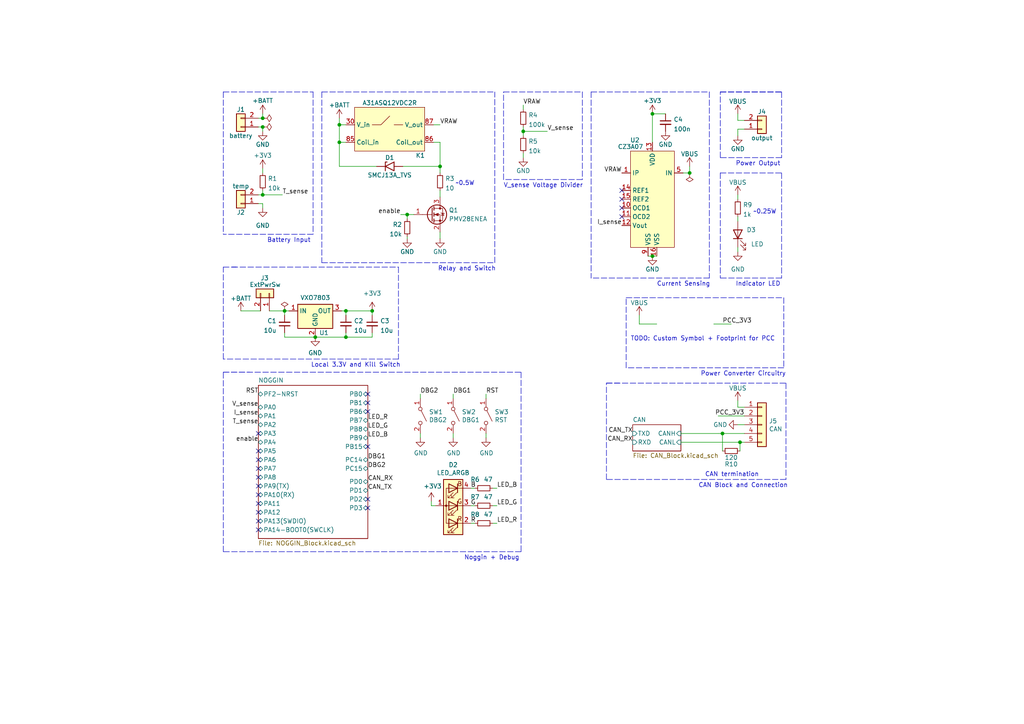
<source format=kicad_sch>
(kicad_sch (version 20211123) (generator eeschema)
  (paper "A4")
  (lib_symbols
    (symbol "BMS_Library:A3_Relay"
      (property "Reference" "K" (at 6.35 -10.16 0))
      (property "Value" "A3_Relay" (at 0 5.08 0))
      (symbol "A3_Relay_0_1"
        (rectangle (start -10.16 3.81) (end 10.16 -8.89) (fill (type background)))
        (polyline (pts (xy 1.27 -1.27) (xy 3.81 -1.27)))
        (polyline (pts (xy -5.08 -1.27) (xy -2.54 -1.27) (xy 0 1.27)))
      )
      (symbol "A3_Relay_1_1"
        (pin power_in line (at -12.7 -1.27 0) (length 2.54) (name "V_in") (number "30"))
        (pin power_in line (at -12.7 -6.35 0) (length 2.54) (name "Coil_in") (number "85"))
        (pin power_out line (at 12.7 -6.35 180) (length 2.54) (name "Coil_out") (number "86"))
        (pin power_out line (at 12.7 -1.27 180) (length 2.54) (name "V_out") (number "87"))
      )
    )
    (symbol "BMS_Library:CZ3AG7_HalEfSens"
      (property "Reference" "U" (at 0 20.32 0))
      (property "Value" "CZ3AG7_HalEfSens" (at 0 17.78 0))
      (symbol "CZ3AG7_HalEfSens_0_1"
        (rectangle (start -6.35 13.97) (end 6.35 -13.97) (stroke (width 0.1524)) (fill (type background)))
      )
      (symbol "CZ3AG7_HalEfSens_1_1"
        (pin input line (at -8.89 7.62 0) (length 2.54) (name "IP") (number "1"))
        (pin output line (at -8.89 -2.54 0) (length 2.54) (name "OCD1") (number "10"))
        (pin output line (at -8.89 -5.08 0) (length 2.54) (name "OCD2") (number "11"))
        (pin output line (at -8.89 -7.62 0) (length 2.54) (name "Vout") (number "12"))
        (pin power_in line (at 0 16.51 270) (length 2.54) (name "VDD") (number "13"))
        (pin input line (at -8.89 2.54 0) (length 2.54) (name "REF1") (number "14"))
        (pin input line (at -8.89 0 0) (length 2.54) (name "REF2") (number "15"))
        (pin power_in line (at 1.27 -16.51 90) (length 2.54) (name "VSS") (number "16"))
        (pin input line (at 8.89 7.62 180) (length 2.54) (name "IN") (number "5"))
        (pin power_in line (at -1.27 -16.51 90) (length 2.54) (name "VSS") (number "9"))
      )
    )
    (symbol "Connector_Generic:Conn_01x02" (pin_names (offset 1.016) hide)
      (property "Reference" "J" (at 0 2.54 0))
      (property "Value" "Conn_01x02" (at 0 -5.08 0))
      (symbol "Conn_01x02_1_1"
        (rectangle (start -1.27 -2.413) (end 0 -2.667) (stroke (width 0.1524)))
        (rectangle (start -1.27 0.127) (end 0 -0.127) (stroke (width 0.1524)))
        (rectangle (start -1.27 1.27) (end 1.27 -3.81) (stroke (width 0.254)) (fill (type background)))
        (pin passive line (at -5.08 0 0) (length 3.81) (name "Pin_1") (number "1"))
        (pin passive line (at -5.08 -2.54 0) (length 3.81) (name "Pin_2") (number "2"))
      )
    )
    (symbol "Connector_Generic:Conn_01x05" (pin_names (offset 1.016) hide)
      (property "Reference" "J" (at 0 7.62 0))
      (property "Value" "Conn_01x05" (at 0 -7.62 0))
      (symbol "Conn_01x05_1_1"
        (rectangle (start -1.27 -4.953) (end 0 -5.207) (stroke (width 0.1524)))
        (rectangle (start -1.27 -2.413) (end 0 -2.667) (stroke (width 0.1524)))
        (rectangle (start -1.27 0.127) (end 0 -0.127) (stroke (width 0.1524)))
        (rectangle (start -1.27 2.667) (end 0 2.413) (stroke (width 0.1524)))
        (rectangle (start -1.27 5.207) (end 0 4.953) (stroke (width 0.1524)))
        (rectangle (start -1.27 6.35) (end 1.27 -6.35) (stroke (width 0.254)) (fill (type background)))
        (pin passive line (at -5.08 5.08 0) (length 3.81) (name "Pin_1") (number "1"))
        (pin passive line (at -5.08 2.54 0) (length 3.81) (name "Pin_2") (number "2"))
        (pin passive line (at -5.08 0 0) (length 3.81) (name "Pin_3") (number "3"))
        (pin passive line (at -5.08 -2.54 0) (length 3.81) (name "Pin_4") (number "4"))
        (pin passive line (at -5.08 -5.08 0) (length 3.81) (name "Pin_5") (number "5"))
      )
    )
    (symbol "Converter_DCDC:OKI-78SR-5_1.5-W36-C"
      (property "Reference" "U1" (at 2.54 -6.35 0))
      (property "Value" "VXO7803" (at 0 3.81 0))
      (symbol "OKI-78SR-5_1.5-W36-C_0_1"
        (rectangle (start -5.08 1.905) (end 5.08 -5.08) (stroke (width 0.254)) (fill (type background)))
      )
      (symbol "OKI-78SR-5_1.5-W36-C_1_1"
        (pin power_in line (at -7.62 0 0) (length 2.54) (name "IN") (number "1"))
        (pin power_in line (at 0 -7.62 90) (length 2.54) (name "GND") (number "2"))
        (pin power_out line (at 7.62 0 180) (length 2.54) (name "OUT") (number "3"))
      )
    )
    (symbol "Device:C_Small" (pin_numbers hide) (pin_names (offset 0.254) hide)
      (property "Reference" "C" (at 0.254 1.778 0))
      (property "Value" "C_Small" (at 0.254 -2.032 0))
      (symbol "C_Small_0_1"
        (polyline (pts (xy -1.524 -0.508) (xy 1.524 -0.508)) (stroke (width 0.3302)))
        (polyline (pts (xy -1.524 0.508) (xy 1.524 0.508)) (stroke (width 0.3048)))
      )
      (symbol "C_Small_1_1"
        (pin passive line (at 0 2.54 270) (length 2.032) (name "~") (number "1"))
        (pin passive line (at 0 -2.54 90) (length 2.032) (name "~") (number "2"))
      )
    )
    (symbol "Device:LED" (pin_numbers hide) (pin_names (offset 1.016) hide)
      (property "Reference" "D" (at 0 2.54 0))
      (property "Value" "LED" (at 0 -2.54 0))
      (symbol "LED_0_1"
        (polyline (pts (xy -1.27 -1.27) (xy -1.27 1.27)) (stroke (width 0.254)))
        (polyline (pts (xy -1.27 0) (xy 1.27 0)))
        (polyline (pts (xy 1.27 -1.27) (xy 1.27 1.27) (xy -1.27 0) (xy 1.27 -1.27)) (stroke (width 0.254)))
        (polyline (pts (xy -3.048 -0.762) (xy -4.572 -2.286) (xy -3.81 -2.286) (xy -4.572 -2.286) (xy -4.572 -1.524)))
        (polyline (pts (xy -1.778 -0.762) (xy -3.302 -2.286) (xy -2.54 -2.286) (xy -3.302 -2.286) (xy -3.302 -1.524)))
      )
      (symbol "LED_1_1"
        (pin passive line (at -3.81 0 0) (length 2.54) (name "K") (number "1"))
        (pin passive line (at 3.81 0 180) (length 2.54) (name "A") (number "2"))
      )
    )
    (symbol "Device:LED_ARGB" (pin_names (offset 0) hide)
      (property "Reference" "D" (at 0 9.398 0))
      (property "Value" "LED_ARGB" (at 0 -8.89 0))
      (symbol "LED_ARGB_0_0"
        (text "B" (at -1.905 -6.35 0) (effects (font (size 1.27 1.27))))
        (text "G" (at -1.905 -1.27 0) (effects (font (size 1.27 1.27))))
        (text "R" (at -1.905 3.81 0) (effects (font (size 1.27 1.27))))
      )
      (symbol "LED_ARGB_0_1"
        (polyline (pts (xy -1.27 -5.08) (xy -2.54 -5.08)))
        (polyline (pts (xy -1.27 -5.08) (xy 1.27 -5.08)))
        (polyline (pts (xy -1.27 -3.81) (xy -1.27 -6.35)) (stroke (width 0.254)))
        (polyline (pts (xy -1.27 0) (xy -2.54 0)))
        (polyline (pts (xy -1.27 1.27) (xy -1.27 -1.27)) (stroke (width 0.254)))
        (polyline (pts (xy -1.27 5.08) (xy -2.54 5.08)))
        (polyline (pts (xy -1.27 5.08) (xy 1.27 5.08)))
        (polyline (pts (xy -1.27 6.35) (xy -1.27 3.81)) (stroke (width 0.254)))
        (polyline (pts (xy 1.27 0) (xy -1.27 0)))
        (polyline (pts (xy 1.27 0) (xy 2.54 0)))
        (polyline (pts (xy -1.27 1.27) (xy -1.27 -1.27) (xy -1.27 -1.27)))
        (polyline (pts (xy -1.27 6.35) (xy -1.27 3.81) (xy -1.27 3.81)))
        (polyline (pts (xy 1.27 -5.08) (xy 2.032 -5.08) (xy 2.032 5.08) (xy 1.27 5.08)))
        (polyline (pts (xy 1.27 -3.81) (xy 1.27 -6.35) (xy -1.27 -5.08) (xy 1.27 -3.81)) (stroke (width 0.254)))
        (polyline (pts (xy 1.27 1.27) (xy 1.27 -1.27) (xy -1.27 0) (xy 1.27 1.27)) (stroke (width 0.254)))
        (polyline (pts (xy 1.27 6.35) (xy 1.27 3.81) (xy -1.27 5.08) (xy 1.27 6.35)) (stroke (width 0.254)))
        (polyline (pts (xy -1.016 -3.81) (xy 0.508 -2.286) (xy -0.254 -2.286) (xy 0.508 -2.286) (xy 0.508 -3.048)))
        (polyline (pts (xy -1.016 1.27) (xy 0.508 2.794) (xy -0.254 2.794) (xy 0.508 2.794) (xy 0.508 2.032)))
        (polyline (pts (xy -1.016 6.35) (xy 0.508 7.874) (xy -0.254 7.874) (xy 0.508 7.874) (xy 0.508 7.112)))
        (polyline (pts (xy 0 -3.81) (xy 1.524 -2.286) (xy 0.762 -2.286) (xy 1.524 -2.286) (xy 1.524 -3.048)))
        (polyline (pts (xy 0 1.27) (xy 1.524 2.794) (xy 0.762 2.794) (xy 1.524 2.794) (xy 1.524 2.032)))
        (polyline (pts (xy 0 6.35) (xy 1.524 7.874) (xy 0.762 7.874) (xy 1.524 7.874) (xy 1.524 7.112)))
        (rectangle (start 1.27 -1.27) (end 1.27 1.27))
        (rectangle (start 1.27 1.27) (end 1.27 1.27))
        (rectangle (start 1.27 3.81) (end 1.27 6.35))
        (rectangle (start 1.27 6.35) (end 1.27 6.35))
        (circle (center 2.032 0) (radius 0.254) (fill (type outline)))
        (rectangle (start 2.794 8.382) (end -2.794 -7.62) (stroke (width 0.254)) (fill (type background)))
      )
      (symbol "LED_ARGB_1_1"
        (pin passive line (at 5.08 0 180) (length 2.54) (name "A") (number "1"))
        (pin passive line (at -5.08 5.08 0) (length 2.54) (name "RK") (number "2"))
        (pin passive line (at -5.08 0 0) (length 2.54) (name "GK") (number "3"))
        (pin passive line (at -5.08 -5.08 0) (length 2.54) (name "BK") (number "4"))
      )
    )
    (symbol "Device:Q_NMOS_GSD" (pin_names (offset 0) hide)
      (property "Reference" "Q" (at 5.08 1.27 0))
      (property "Value" "Q_NMOS_GSD" (at 5.08 -1.27 0))
      (symbol "Q_NMOS_GSD_0_1"
        (polyline (pts (xy 0.254 0) (xy -2.54 0)))
        (polyline (pts (xy 0.254 1.905) (xy 0.254 -1.905)) (stroke (width 0.254)))
        (polyline (pts (xy 0.762 -1.27) (xy 0.762 -2.286)) (stroke (width 0.254)))
        (polyline (pts (xy 0.762 0.508) (xy 0.762 -0.508)) (stroke (width 0.254)))
        (polyline (pts (xy 0.762 2.286) (xy 0.762 1.27)) (stroke (width 0.254)))
        (polyline (pts (xy 2.54 2.54) (xy 2.54 1.778)))
        (polyline (pts (xy 2.54 -2.54) (xy 2.54 0) (xy 0.762 0)))
        (polyline (pts (xy 0.762 -1.778) (xy 3.302 -1.778) (xy 3.302 1.778) (xy 0.762 1.778)))
        (polyline (pts (xy 1.016 0) (xy 2.032 0.381) (xy 2.032 -0.381) (xy 1.016 0)) (fill (type outline)))
        (polyline (pts (xy 2.794 0.508) (xy 2.921 0.381) (xy 3.683 0.381) (xy 3.81 0.254)))
        (polyline (pts (xy 3.302 0.381) (xy 2.921 -0.254) (xy 3.683 -0.254) (xy 3.302 0.381)))
        (circle (center 1.651 0) (radius 2.794) (stroke (width 0.254)))
        (circle (center 2.54 -1.778) (radius 0.254) (fill (type outline)))
        (circle (center 2.54 1.778) (radius 0.254) (fill (type outline)))
      )
      (symbol "Q_NMOS_GSD_1_1"
        (pin input line (at -5.08 0 0) (length 2.54) (name "G") (number "1"))
        (pin passive line (at 2.54 -5.08 90) (length 2.54) (name "S") (number "2"))
        (pin passive line (at 2.54 5.08 270) (length 2.54) (name "D") (number "3"))
      )
    )
    (symbol "Device:R_Small" (pin_numbers hide) (pin_names (offset 0.254) hide)
      (property "Reference" "R" (at 0.762 0.508 0))
      (property "Value" "R_Small" (at 0.762 -1.016 0))
      (symbol "R_Small_0_1"
        (rectangle (start -0.762 1.778) (end 0.762 -1.778) (stroke (width 0.2032)))
      )
      (symbol "R_Small_1_1"
        (pin passive line (at 0 2.54 270) (length 0.762) (name "~") (number "1"))
        (pin passive line (at 0 -2.54 90) (length 0.762) (name "~") (number "2"))
      )
    )
    (symbol "Diode:1.5KExxA" (pin_numbers hide) (pin_names (offset 1.016) hide)
      (property "Reference" "D" (at 0 2.54 0))
      (property "Value" "1.5KExxA" (at 0 -2.54 0))
      (symbol "1.5KExxA_0_1"
        (polyline (pts (xy -0.762 1.27) (xy -1.27 1.27) (xy -1.27 -1.27)) (stroke (width 0.254)))
        (polyline (pts (xy 1.27 1.27) (xy 1.27 -1.27) (xy -1.27 0) (xy 1.27 1.27)) (stroke (width 0.254)))
      )
      (symbol "1.5KExxA_1_1"
        (pin passive line (at -3.81 0 0) (length 2.54) (name "A1") (number "1"))
        (pin passive line (at 3.81 0 180) (length 2.54) (name "A2") (number "2"))
      )
    )
    (symbol "Switch:SW_SPST" (pin_names (offset 0) hide)
      (property "Reference" "SW" (at 0 3.175 0))
      (property "Value" "SW_SPST" (at 0 -2.54 0))
      (symbol "SW_SPST_0_0"
        (circle (center -2.032 0) (radius 0.508))
        (polyline (pts (xy -1.524 0.254) (xy 1.524 1.778)))
        (circle (center 2.032 0) (radius 0.508))
      )
      (symbol "SW_SPST_1_1"
        (pin passive line (at -5.08 0 0) (length 2.54) (name "A") (number "1"))
        (pin passive line (at 5.08 0 180) (length 2.54) (name "B") (number "2"))
      )
    )
    (symbol "power:+3.3V" (power) (pin_names (offset 0))
      (property "Value" "+3.3V" (at 0 3.556 0))
      (symbol "+3.3V_0_1"
        (polyline (pts (xy -0.762 1.27) (xy 0 2.54)))
        (polyline (pts (xy 0 0) (xy 0 2.54)))
        (polyline (pts (xy 0 2.54) (xy 0.762 1.27)))
      )
      (symbol "+3.3V_1_1"
        (pin power_in line (at 0 0 90) (length 0) hide (name "+3V3") (number "1"))
      )
    )
    (symbol "power:+3V3" (power) (pin_names (offset 0))
      (property "Value" "+3V3" (at 0 3.556 0))
      (symbol "+3V3_0_1"
        (polyline (pts (xy -0.762 1.27) (xy 0 2.54)))
        (polyline (pts (xy 0 0) (xy 0 2.54)))
        (polyline (pts (xy 0 2.54) (xy 0.762 1.27)))
      )
      (symbol "+3V3_1_1"
        (pin power_in line (at 0 0 90) (length 0) hide (name "+3V3") (number "1"))
      )
    )
    (symbol "power:+BATT" (power) (pin_names (offset 0))
      (property "Value" "+BATT" (at 0 3.556 0))
      (symbol "+BATT_0_1"
        (polyline (pts (xy -0.762 1.27) (xy 0 2.54)))
        (polyline (pts (xy 0 0) (xy 0 2.54)))
        (polyline (pts (xy 0 2.54) (xy 0.762 1.27)))
      )
      (symbol "+BATT_1_1"
        (pin power_in line (at 0 0 90) (length 0) hide (name "+BATT") (number "1"))
      )
    )
    (symbol "power:GND" (power) (pin_names (offset 0))
      (property "Value" "GND" (at 0 -3.81 0))
      (symbol "GND_0_1"
        (polyline (pts (xy 0 0) (xy 0 -1.27) (xy 1.27 -1.27) (xy 0 -2.54) (xy -1.27 -1.27) (xy 0 -1.27)))
      )
      (symbol "GND_1_1"
        (pin power_in line (at 0 0 270) (length 0) hide (name "GND") (number "1"))
      )
    )
    (symbol "power:PWR_FLAG" (power) (pin_numbers hide) (pin_names (offset 0) hide)
      (property "Value" "PWR_FLAG" (at 0 3.81 0))
      (symbol "PWR_FLAG_0_0"
        (pin power_out line (at 0 0 90) (length 0) (name "pwr") (number "1"))
      )
      (symbol "PWR_FLAG_0_1"
        (polyline (pts (xy 0 0) (xy 0 1.27) (xy -1.016 1.905) (xy 0 2.54) (xy 1.016 1.905) (xy 0 1.27)))
      )
    )
    (symbol "power:VBUS" (power) (pin_names (offset 0))
      (property "Value" "VBUS" (at 0 3.81 0))
      (symbol "VBUS_0_1"
        (polyline (pts (xy -0.762 1.27) (xy 0 2.54)))
        (polyline (pts (xy 0 0) (xy 0 2.54)))
        (polyline (pts (xy 0 2.54) (xy 0.762 1.27)))
      )
      (symbol "VBUS_1_1"
        (pin power_in line (at 0 0 90) (length 0) hide (name "VBUS") (number "1"))
      )
    )
  )
  (junction (at 214.63 128.27))
  (junction (at 189.23 33.02))
  (junction (at 76.2 56.515))
  (junction (at 118.11 62.23))
  (junction (at 91.44 97.79))
  (junction (at 107.95 90.17))
  (junction (at 127.635 48.26))
  (junction (at 151.765 38.1))
  (junction (at 100.33 97.79))
  (junction (at 76.2 34.29))
  (junction (at 100.33 90.17))
  (junction (at 209.55 125.73))
  (junction (at 98.425 36.195))
  (junction (at 189.23 74.295))
  (junction (at 76.2 36.83))
  (junction (at 82.55 90.17))
  (junction (at 200.025 50.165))
  (junction (at 98.425 41.275))
  (no_connect (at 106.68 116.84))
  (no_connect (at 106.68 119.38))
  (no_connect (at 74.93 138.43))
  (no_connect (at 74.93 140.97))
  (no_connect (at 106.68 144.78))
  (no_connect (at 106.68 147.32))
  (no_connect (at 106.68 129.54))
  (no_connect (at 74.93 125.73))
  (no_connect (at 74.93 130.81))
  (no_connect (at 74.93 133.35))
  (no_connect (at 74.93 135.89))
  (no_connect (at 106.68 114.3))
  (no_connect (at 74.93 143.51))
  (no_connect (at 74.93 146.05))
  (no_connect (at 74.93 148.59))
  (no_connect (at 74.93 151.13))
  (no_connect (at 74.93 153.67))
  (no_connect (at 180.34 60.325))
  (no_connect (at 180.34 62.865))
  (no_connect (at 180.34 57.785))
  (no_connect (at 180.34 55.245))
  (wire (pts (xy 76.2 56.515) (xy 76.2 55.245)))
  (wire (pts (xy 151.765 44.45) (xy 151.765 45.72)))
  (wire (pts (xy 82.55 96.52) (xy 82.55 97.79)))
  (wire (pts (xy 109.22 48.26) (xy 98.425 48.26)))
  (wire (pts (xy 200.025 50.165) (xy 200.025 48.26)))
  (wire (pts (xy 125.095 145.415) (xy 125.095 146.685)))
  (wire (pts (xy 76.2 56.515) (xy 81.915 56.515)))
  (polyline (pts (xy 93.345 26.67) (xy 143.51 26.67)))
  (wire (pts (xy 127.635 55.245) (xy 127.635 57.15)))
  (wire (pts (xy 127.635 48.26) (xy 127.635 50.165)))
  (wire (pts (xy 98.425 41.275) (xy 100.33 41.275)))
  (polyline (pts (xy 64.77 160.02) (xy 64.77 107.95)))
  (wire (pts (xy 98.425 36.195) (xy 100.33 36.195)))
  (wire (pts (xy 198.12 50.165) (xy 200.025 50.165)))
  (polyline (pts (xy 226.695 26.67) (xy 226.695 45.72)))
  (wire (pts (xy 74.93 34.29) (xy 76.2 34.29)))
  (wire (pts (xy 98.425 34.29) (xy 98.425 36.195)))
  (polyline (pts (xy 175.895 111.125) (xy 227.965 111.125)))
  (wire (pts (xy 127.635 41.275) (xy 127.635 48.26)))
  (polyline (pts (xy 90.805 26.67) (xy 90.805 67.945)))
  (polyline (pts (xy 181.61 106.68) (xy 181.61 86.36)))
  (wire (pts (xy 127.635 67.31) (xy 127.635 69.215)))
  (wire (pts (xy 121.92 114.3) (xy 121.92 115.57)))
  (polyline (pts (xy 115.57 77.47) (xy 115.57 104.14)))
  (polyline (pts (xy 171.45 26.67) (xy 171.45 80.645)))
  (wire (pts (xy 209.55 125.73) (xy 197.485 125.73)))
  (polyline (pts (xy 151.13 107.95) (xy 151.13 160.02)))
  (wire (pts (xy 118.11 62.23) (xy 118.11 63.5)))
  (polyline (pts (xy 64.77 107.95) (xy 72.39 107.95)))
  (wire (pts (xy 189.23 74.295) (xy 190.5 74.295)))
  (wire (pts (xy 82.55 90.17) (xy 82.55 91.44)))
  (wire (pts (xy 215.9 128.27) (xy 214.63 128.27)))
  (polyline (pts (xy 208.915 26.67) (xy 226.695 26.67)))
  (wire (pts (xy 136.525 151.765) (xy 137.795 151.765)))
  (polyline (pts (xy 64.77 77.47) (xy 68.58 77.47)))
  (polyline (pts (xy 64.77 26.67) (xy 90.805 26.67)))
  (polyline (pts (xy 175.895 139.065) (xy 175.895 111.125)))
  (wire (pts (xy 69.85 90.17) (xy 75.565 90.17)))
  (polyline (pts (xy 168.91 26.67) (xy 168.91 52.07)))
  (polyline (pts (xy 90.805 67.945) (xy 64.77 67.945)))
  (polyline (pts (xy 171.45 26.67) (xy 205.74 26.67)))
  (wire (pts (xy 215.9 123.19) (xy 213.995 123.19)))
  (polyline (pts (xy 227.965 111.125) (xy 227.965 139.065)))
  (polyline (pts (xy 181.61 86.36) (xy 189.23 86.36)))
  (wire (pts (xy 107.95 97.79) (xy 107.95 96.52)))
  (wire (pts (xy 100.33 97.79) (xy 100.33 96.52)))
  (wire (pts (xy 125.73 41.275) (xy 127.635 41.275)))
  (wire (pts (xy 98.425 48.26) (xy 98.425 41.275)))
  (polyline (pts (xy 143.51 76.2) (xy 143.51 26.67)))
  (wire (pts (xy 121.92 127) (xy 121.92 125.73)))
  (wire (pts (xy 91.44 97.79) (xy 100.33 97.79)))
  (wire (pts (xy 107.95 90.17) (xy 107.95 91.44)))
  (wire (pts (xy 125.73 36.195) (xy 127.635 36.195)))
  (wire (pts (xy 158.75 38.1) (xy 151.765 38.1)))
  (polyline (pts (xy 226.695 80.645) (xy 208.915 80.645)))
  (polyline (pts (xy 93.345 76.2) (xy 143.51 76.2)))
  (wire (pts (xy 189.23 41.275) (xy 189.23 33.02)))
  (polyline (pts (xy 208.915 45.72) (xy 208.915 26.67)))
  (wire (pts (xy 213.995 62.865) (xy 213.995 64.135)))
  (wire (pts (xy 213.995 56.515) (xy 213.995 57.785)))
  (polyline (pts (xy 226.695 50.165) (xy 226.695 80.645)))
  (polyline (pts (xy 175.895 111.125) (xy 179.705 111.125)))
  (wire (pts (xy 98.425 36.195) (xy 98.425 41.275)))
  (wire (pts (xy 209.55 125.73) (xy 209.55 130.81)))
  (polyline (pts (xy 64.77 104.14) (xy 64.77 77.47)))
  (wire (pts (xy 82.55 97.79) (xy 91.44 97.79)))
  (wire (pts (xy 208.28 120.65) (xy 215.9 120.65)))
  (wire (pts (xy 187.96 74.295) (xy 189.23 74.295)))
  (polyline (pts (xy 208.915 50.165) (xy 226.695 50.165)))
  (wire (pts (xy 215.9 125.73) (xy 209.55 125.73)))
  (wire (pts (xy 215.9 118.11) (xy 213.995 118.11)))
  (polyline (pts (xy 151.13 160.02) (xy 64.77 160.02)))
  (wire (pts (xy 76.2 48.895) (xy 76.2 50.165)))
  (polyline (pts (xy 208.915 50.165) (xy 208.915 80.645)))
  (wire (pts (xy 99.06 90.17) (xy 100.33 90.17)))
  (wire (pts (xy 140.97 127) (xy 140.97 125.73)))
  (wire (pts (xy 185.42 91.44) (xy 185.42 93.98)))
  (polyline (pts (xy 227.33 106.68) (xy 181.61 106.68)))
  (wire (pts (xy 142.875 151.765) (xy 144.145 151.765)))
  (wire (pts (xy 83.82 90.17) (xy 82.55 90.17)))
  (wire (pts (xy 214.63 128.27) (xy 214.63 130.81)))
  (wire (pts (xy 74.93 59.055) (xy 76.2 59.055)))
  (polyline (pts (xy 115.57 104.14) (xy 64.77 104.14)))
  (wire (pts (xy 142.875 146.685) (xy 144.145 146.685)))
  (wire (pts (xy 151.765 38.1) (xy 151.765 36.83)))
  (wire (pts (xy 213.995 118.11) (xy 213.995 116.205)))
  (polyline (pts (xy 181.61 86.36) (xy 227.33 86.36)))
  (wire (pts (xy 100.33 90.17) (xy 107.95 90.17)))
  (polyline (pts (xy 205.74 80.645) (xy 171.45 80.645)))
  (wire (pts (xy 100.33 90.17) (xy 100.33 91.44)))
  (wire (pts (xy 76.2 36.83) (xy 76.2 38.1)))
  (polyline (pts (xy 226.695 45.72) (xy 208.915 45.72)))
  (wire (pts (xy 116.84 48.26) (xy 127.635 48.26)))
  (wire (pts (xy 136.525 141.605) (xy 137.795 141.605)))
  (wire (pts (xy 215.9 37.465) (xy 213.995 37.465)))
  (polyline (pts (xy 93.345 26.67) (xy 93.345 76.2)))
  (wire (pts (xy 189.23 33.02) (xy 193.04 33.02)))
  (wire (pts (xy 76.2 59.055) (xy 76.2 60.325)))
  (polyline (pts (xy 208.915 26.67) (xy 226.695 26.67)))
  (wire (pts (xy 151.765 30.48) (xy 151.765 31.75)))
  (polyline (pts (xy 64.77 107.95) (xy 151.13 107.95)))
  (wire (pts (xy 214.63 128.27) (xy 197.485 128.27)))
  (wire (pts (xy 120.015 62.23) (xy 118.11 62.23)))
  (polyline (pts (xy 205.74 26.67) (xy 205.74 80.645)))
  (polyline (pts (xy 67.31 77.47) (xy 115.57 77.47)))
  (wire (pts (xy 78.105 90.17) (xy 82.55 90.17)))
  (polyline (pts (xy 146.05 26.67) (xy 168.91 26.67)))
  (wire (pts (xy 100.33 97.79) (xy 107.95 97.79)))
  (wire (pts (xy 213.995 33.02) (xy 213.995 34.925)))
  (wire (pts (xy 142.875 141.605) (xy 144.145 141.605)))
  (wire (pts (xy 74.93 36.83) (xy 76.2 36.83)))
  (wire (pts (xy 151.765 38.1) (xy 151.765 39.37)))
  (polyline (pts (xy 64.77 26.67) (xy 64.77 67.945)))
  (wire (pts (xy 76.2 34.29) (xy 76.2 33.02)))
  (wire (pts (xy 207.01 93.98) (xy 212.09 93.98)))
  (wire (pts (xy 131.445 127) (xy 131.445 125.73)))
  (wire (pts (xy 118.11 68.58) (xy 118.11 69.215)))
  (wire (pts (xy 185.42 93.98) (xy 190.5 93.98)))
  (polyline (pts (xy 146.05 52.07) (xy 146.05 26.67)))
  (wire (pts (xy 116.205 62.23) (xy 118.11 62.23)))
  (polyline (pts (xy 168.91 52.07) (xy 146.05 52.07)))
  (polyline (pts (xy 227.33 86.36) (xy 227.33 106.68)))
  (wire (pts (xy 74.93 56.515) (xy 76.2 56.515)))
  (wire (pts (xy 213.995 71.755) (xy 213.995 73.025)))
  (wire (pts (xy 136.525 146.685) (xy 137.795 146.685)))
  (wire (pts (xy 140.97 114.3) (xy 140.97 115.57)))
  (wire (pts (xy 213.995 37.465) (xy 213.995 39.37)))
  (polyline (pts (xy 227.965 139.065) (xy 175.895 139.065)))
  (wire (pts (xy 213.995 34.925) (xy 215.9 34.925)))
  (wire (pts (xy 131.445 114.3) (xy 131.445 115.57)))
  (wire (pts (xy 125.095 146.685) (xy 126.365 146.685)))
  (text "Local 3.3V and Kill Switch" (at 90.17 106.68 0) (effects (font (size 1.27 1.27)) (justify left bottom)))
  (text "~0.25W" (at 218.44 62.23 0) (effects (font (size 1.27 1.27)) (justify left bottom)))
  (text "CAN termination" (at 204.47 138.43 0) (effects (font (size 1.27 1.27)) (justify left bottom)))
  (text "Noggin + Debug" (at 134.62 162.56 0) (effects (font (size 1.27 1.27)) (justify left bottom)))
  (text "TODO: Custom Symbol + Footprint for PCC" (at 182.88 99.06 0) (effects (font (size 1.27 1.27)) (justify left bottom)))
  (text "V_sense Voltage Divider" (at 146.05 54.61 0) (effects (font (size 1.27 1.27)) (justify left bottom)))
  (text "Power Output\n" (at 213.36 48.26 0) (effects (font (size 1.27 1.27)) (justify left bottom)))
  (text "~0.5W" (at 132.08 53.975 0) (effects (font (size 1.27 1.27)) (justify left bottom)))
  (text "Current Sensing\n" (at 190.5 83.185 0) (effects (font (size 1.27 1.27)) (justify left bottom)))
  (text "Power Converter Circuitry" (at 203.2 109.22 0) (effects (font (size 1.27 1.27)) (justify left bottom)))
  (text "CAN Block and Connection" (at 202.565 141.605 0) (effects (font (size 1.27 1.27)) (justify left bottom)))
  (text "Indicator LED" (at 213.36 83.185 0) (effects (font (size 1.27 1.27)) (justify left bottom)))
  (text "Battery Input" (at 77.47 70.485 0) (effects (font (size 1.27 1.27)) (justify left bottom)))
  (text "Relay and Switch" (at 127 78.74 0) (effects (font (size 1.27 1.27)) (justify left bottom)))
  (label "VRAW" (at 180.34 50.165 180))
  (label "enable" (at 116.205 62.23 180))
  (label "B" (at 136.525 141.605 0))
  (label "CAN_RX" (at 106.68 139.7 0))
  (label "R" (at 136.525 151.765 0))
  (label "PCC_3V3" (at 209.55 93.98 0))
  (label "T_sense" (at 74.93 123.19 180))
  (label "PCC_3V3" (at 215.9 120.65 180))
  (label "LED_B" (at 106.68 127 0))
  (label "LED_B" (at 144.145 141.605 0))
  (label "RST" (at 74.93 114.3 180))
  (label "CAN_RX" (at 183.515 128.27 180))
  (label "LED_R" (at 106.68 121.92 0))
  (label "LED_G" (at 106.68 124.46 0))
  (label "V_sense" (at 158.75 38.1 0))
  (label "CAN_TX" (at 106.68 142.24 0))
  (label "VRAW" (at 127.635 36.195 0))
  (label "DBG1" (at 131.445 114.3 0))
  (label "VRAW" (at 151.765 30.48 0))
  (label "I_sense" (at 180.34 65.405 180))
  (label "LED_R" (at 144.145 151.765 0))
  (label "LED_G" (at 144.145 146.685 0))
  (label "enable" (at 74.93 128.27 180))
  (label "G" (at 136.525 146.685 0))
  (label "DBG2" (at 121.92 114.3 0))
  (label "I_sense" (at 74.93 120.65 180))
  (label "DBG1" (at 106.68 133.35 0))
  (label "T_sense" (at 81.915 56.515 0))
  (label "CAN_TX" (at 183.515 125.73 180))
  (label "V_sense" (at 74.93 118.11 180))
  (label "RST" (at 140.97 114.3 0))
  (label "DBG2" (at 106.68 135.89 0))
  (symbol (lib_id "Switch:SW_SPST") (at 121.92 120.65 270) (unit 1)
    (property "Reference" "SW1" (at 124.4092 119.4816 90) (effects (justify left)))
    (property "Value" "DBG2" (at 124.4092 121.793 90) (effects (justify left)))
    (property "Footprint" "Button_Switch_SMD:SW_SPST_PTS810" (effects hide))
  )
  (symbol (lib_id "power:GND") (at 121.92 127 0) (unit 1)
    (property "Reference" "#PWR012" (effects hide))
    (property "Value" "GND" (at 122.047 131.3942 0))
  )
  (symbol (lib_id "Device:LED_ARGB") (at 131.445 146.685 180) (unit 1)
    (property "Reference" "D2" (at 131.445 134.8232 0))
    (property "Value" "LED_ARGB" (at 131.445 137.1346 0))
    (property "Footprint" "LED_SMD:LED_Cree-PLCC4_2x2mm_CW" (effects hide))
  )
  (symbol (lib_id "Device:R_Small") (at 140.335 141.605 270) (unit 1)
    (property "Reference" "R6" (at 137.795 139.065 90))
    (property "Value" "47" (at 141.605 139.065 90))
    (property "Footprint" "Resistor_SMD:R_0603_1608Metric" (effects hide))
  )
  (symbol (lib_id "Device:R_Small") (at 140.335 146.685 270) (unit 1)
    (property "Reference" "R7" (at 137.795 144.145 90))
    (property "Value" "47" (at 141.605 144.145 90))
    (property "Footprint" "Resistor_SMD:R_0603_1608Metric" (effects hide))
  )
  (symbol (lib_id "Device:R_Small") (at 140.335 151.765 270) (unit 1)
    (property "Reference" "R8" (at 137.795 149.225 90))
    (property "Value" "47" (at 141.605 149.225 90))
    (property "Footprint" "Resistor_SMD:R_0603_1608Metric" (effects hide))
  )
  (symbol (lib_id "power:+3V3") (at 125.095 145.415 0) (unit 1)
    (property "Reference" "#PWR013" (effects hide))
    (property "Value" "+3V3" (at 125.476 141.0208 0))
  )
  (symbol (lib_id "Connector_Generic:Conn_01x05") (at 220.98 123.19 0) (unit 1)
    (property "Reference" "J5" (at 223.012 122.1232 0) (effects (justify left)))
    (property "Value" "CAN" (at 223.012 124.4346 0) (effects (justify left)))
    (property "Footprint" "extraparts:Molex_DuraClik_Vert_5pin" (effects hide))
  )
  (symbol (lib_id "power:GND") (at 213.995 123.19 270) (mirror x) (unit 1)
    (property "Reference" "#PWR025" (effects hide))
    (property "Value" "GND" (at 208.915 123.19 90))
  )
  (symbol (lib_id "Switch:SW_SPST") (at 131.445 120.65 270) (unit 1)
    (property "Reference" "SW2" (at 133.9342 119.4816 90) (effects (justify left)))
    (property "Value" "DBG1" (at 133.9342 121.793 90) (effects (justify left)))
    (property "Footprint" "Button_Switch_SMD:SW_SPST_PTS810" (effects hide))
  )
  (symbol (lib_id "power:GND") (at 131.445 127 0) (unit 1)
    (property "Reference" "#PWR016" (effects hide))
    (property "Value" "GND" (at 131.572 131.3942 0))
  )
  (symbol (lib_id "Switch:SW_SPST") (at 140.97 120.65 270) (unit 1)
    (property "Reference" "SW3" (at 143.4592 119.4816 90) (effects (justify left)))
    (property "Value" "RST" (at 143.4592 121.793 90) (effects (justify left)))
    (property "Footprint" "Button_Switch_SMD:SW_SPST_PTS810" (effects hide))
  )
  (symbol (lib_id "power:GND") (at 140.97 127 0) (unit 1)
    (property "Reference" "#PWR018" (effects hide))
    (property "Value" "GND" (at 141.097 131.3942 0))
  )
  (symbol (lib_id "power:GND") (at 118.11 69.215 0) (unit 1)
    (property "Reference" "#PWR09" (effects hide))
    (property "Value" "GND" (at 118.11 73.025 0))
  )
  (symbol (lib_id "Device:R_Small") (at 76.2 52.705 0) (unit 1)
    (property "Reference" "R1" (at 77.6986 51.7965 0) (effects (justify left)))
    (property "Value" "10k" (at 77.6986 54.5716 0) (effects (justify left)))
    (property "Footprint" "Resistor_SMD:R_0603_1608Metric" (effects hide))
  )
  (symbol (lib_id "power:PWR_FLAG") (at 76.2 34.29 270) (unit 1)
    (property "Reference" "#FLG0101" (effects hide))
    (property "Value" "PWR_FLAG" (effects hide))
  )
  (symbol (lib_id "Device:C_Small") (at 82.55 93.98 0) (mirror x) (unit 1)
    (property "Reference" "C1" (at 80.226 93.0651 0) (effects (justify right)))
    (property "Value" "10u" (at 80.226 95.8402 0) (effects (justify right)))
    (property "Footprint" "Capacitor_SMD:C_0805_2012Metric" (effects hide))
  )
  (symbol (lib_id "power:+3.3V") (at 107.95 90.17 0) (unit 1)
    (property "Reference" "#PWR08" (effects hide))
    (property "Value" "+3.3V" (at 107.95 85.09 0))
  )
  (symbol (lib_id "power:VBUS") (at 213.995 33.02 0) (unit 1)
    (property "Reference" "#PWR020" (effects hide))
    (property "Value" "VBUS" (at 213.995 29.4155 0))
  )
  (symbol (lib_id "Connector_Generic:Conn_01x02") (at 220.98 37.465 0) (mirror x) (unit 1)
    (property "Reference" "J4" (at 220.98 32.385 0))
    (property "Value" "output" (at 220.98 40.005 0))
    (property "Footprint" "BMS_Library:Conn_XT90" (effects hide))
  )
  (symbol (lib_id "Device:R_Small") (at 118.11 66.04 0) (mirror x) (unit 1)
    (property "Reference" "R2" (at 116.6115 65.1315 0) (effects (justify right)))
    (property "Value" "10k" (at 116.6115 67.9066 0) (effects (justify right)))
    (property "Footprint" "Resistor_SMD:R_0603_1608Metric" (effects hide))
  )
  (symbol (lib_id "Diode:1.5KExxA") (at 113.03 48.26 0) (unit 1)
    (property "Reference" "D1" (at 113.03 45.72 0))
    (property "Value" "SMCJ13A_TVS" (at 113.03 50.8 0))
    (property "Datasheet" "https://www.vishay.com/docs/88301/15ke.pdf" (effects hide))
  )
  (symbol (lib_id "Device:C_Small") (at 100.33 93.98 0) (unit 1)
    (property "Reference" "C2" (at 102.6541 93.0778 0) (effects (justify left)))
    (property "Value" "10u" (at 102.6541 95.8529 0) (effects (justify left)))
    (property "Footprint" "Capacitor_SMD:C_0805_2012Metric" (effects hide))
  )
  (symbol (lib_id "Device:R_Small") (at 127.635 52.705 180) (unit 1)
    (property "Reference" "R3" (at 129.1336 51.7965 0) (effects (justify right)))
    (property "Value" "10" (at 129.1336 54.5716 0) (effects (justify right)))
    (property "Footprint" "Resistor_SMD:R_1206_3216Metric" (effects hide))
  )
  (symbol (lib_id "power:VBUS") (at 200.025 48.26 0) (unit 1)
    (property "Reference" "#PWR019" (effects hide))
    (property "Value" "VBUS" (at 200.025 44.6555 0))
  )
  (symbol (lib_id "power:GND") (at 91.44 97.79 0) (unit 1)
    (property "Reference" "#PWR07" (effects hide))
    (property "Value" "GND" (at 91.44 102.3525 0))
  )
  (symbol (lib_id "Connector_Generic:Conn_01x02") (at 78.105 85.09 270) (mirror x) (unit 1)
    (property "Reference" "J3" (at 75.565 80.645 90) (effects (justify left)))
    (property "Value" "ExtPwrSw" (at 72.39 82.55 90) (effects (justify left)))
    (property "Footprint" "extraparts:Molex_DuraClik_Vert_2pin" (effects hide))
  )
  (symbol (lib_id "power:+BATT") (at 98.425 34.29 0) (unit 1)
    (property "Reference" "#PWR06" (effects hide))
    (property "Value" "+BATT" (at 98.425 30.48 0))
  )
  (symbol (lib_id "power:GND") (at 189.23 74.295 0) (unit 1)
    (property "Reference" "#PWR015" (effects hide))
    (property "Value" "GND" (at 189.23 78.105 0))
  )
  (symbol (lib_id "power:+3.3V") (at 189.23 33.02 0) (unit 1)
    (property "Reference" "#PWR014" (effects hide))
    (property "Value" "+3.3V" (at 189.23 29.21 0))
  )
  (symbol (lib_id "BMS_Library:CZ3AG7_HalEfSens") (at 189.23 57.785 0) (unit 1)
    (property "Reference" "U2" (at 184.15 40.64 0))
    (property "Value" "CZ3A07" (at 182.88 42.545 0))
    (property "Footprint" "BMS_Library:CZ3AG7_HalEfSens" (effects hide))
  )
  (symbol (lib_id "power:VBUS") (at 213.995 116.205 0) (mirror y) (unit 1)
    (property "Reference" "#PWR024" (effects hide))
    (property "Value" "VBUS" (at 213.995 112.6005 0))
  )
  (symbol (lib_id "power:VBUS") (at 213.995 56.515 0) (unit 1)
    (property "Reference" "#PWR022" (effects hide))
    (property "Value" "VBUS" (at 213.995 52.9105 0))
  )
  (symbol (lib_id "power:GND") (at 213.995 73.025 0) (unit 1)
    (property "Reference" "#PWR023" (effects hide))
    (property "Value" "GND" (at 213.995 78.105 0))
  )
  (symbol (lib_id "BMS_Library:A3_Relay") (at 113.03 34.925 0) (unit 1)
    (property "Reference" "K1" (at 121.92 45.085 0))
    (property "Value" "A31ASQ12VDC2R" (at 113.03 29.845 0))
    (property "Footprint" "BMS_Library:A3_Relay" (effects hide))
  )
  (symbol (lib_id "Device:LED") (at 213.995 67.945 90) (unit 1)
    (property "Reference" "D3" (at 216.535 66.675 90) (effects (justify right)))
    (property "Value" "LED" (at 217.805 70.8024 90) (effects (justify right)))
    (property "Footprint" "LED_SMD:LED_0603_1608Metric" (effects hide))
  )
  (symbol (lib_id "power:GND") (at 76.2 38.1 0) (unit 1)
    (property "Reference" "#PWR02" (effects hide))
    (property "Value" "GND" (at 76.2 41.91 0))
  )
  (symbol (lib_id "Device:Q_NMOS_GSD") (at 125.095 62.23 0) (unit 1)
    (property "Reference" "Q1" (at 130.175 60.96 0) (effects (justify left)))
    (property "Value" "PMV28ENEA" (at 130.175 63.5 0) (effects (justify left)))
    (property "Footprint" "Package_TO_SOT_SMD:SOT-23" (effects hide))
  )
  (symbol (lib_id "power:+BATT") (at 69.85 90.17 0) (unit 1)
    (property "Reference" "#PWR05" (effects hide))
    (property "Value" "+BATT" (at 69.85 86.5655 0))
  )
  (symbol (lib_id "power:+BATT") (at 76.2 33.02 0) (unit 1)
    (property "Reference" "#PWR01" (effects hide))
    (property "Value" "+BATT" (at 76.2 29.21 0))
  )
  (symbol (lib_id "Device:C_Small") (at 107.95 93.98 0) (unit 1)
    (property "Reference" "C3" (at 110.2741 93.0778 0) (effects (justify left)))
    (property "Value" "10u" (at 110.2741 95.8529 0) (effects (justify left)))
    (property "Footprint" "Capacitor_SMD:C_0805_2012Metric" (effects hide))
  )
  (symbol (lib_id "power:GND") (at 213.995 39.37 0) (unit 1)
    (property "Reference" "#PWR021" (effects hide))
    (property "Value" "GND" (at 213.995 43.18 0))
  )
  (symbol (lib_id "power:+3.3V") (at 76.2 48.895 0) (unit 1)
    (property "Reference" "#PWR03" (effects hide))
    (property "Value" "+3.3V" (at 76.2 45.085 0))
  )
  (symbol (lib_id "Converter_DCDC:OKI-78SR-5_1.5-W36-C") (at 91.44 90.17 0) (unit 1)
    (property "Reference" "U1" (at 93.98 96.52 0))
    (property "Value" "VXO7803" (at 91.44 86.36 0))
    (property "Footprint" "Converter_DCDC:Converter_DCDC_Murata_OKI-78SR_Vertical" (effects hide))
    (property "Datasheet" "https://power.murata.com/data/power/oki-78sr.pdf" (effects hide))
  )
  (symbol (lib_id "power:GND") (at 76.2 60.325 0) (unit 1)
    (property "Reference" "#PWR04" (effects hide))
    (property "Value" "GND" (at 76.2 65.405 0))
  )
  (symbol (lib_id "Device:R_Small") (at 151.765 41.91 0) (unit 1)
    (property "Reference" "R5" (at 153.2636 41.0015 0) (effects (justify left)))
    (property "Value" "10k" (at 153.2636 43.7766 0) (effects (justify left)))
    (property "Footprint" "Resistor_SMD:R_0603_1608Metric" (effects hide))
  )
  (symbol (lib_id "power:PWR_FLAG") (at 82.55 90.17 0) (unit 1)
    (property "Reference" "#FLG02" (effects hide))
    (property "Value" "PWR_FLAG" (effects hide))
  )
  (symbol (lib_id "Device:R_Small") (at 212.09 130.81 270) (mirror x) (unit 1)
    (property "Reference" "R10" (at 212.09 134.62 90))
    (property "Value" "120" (at 212.09 132.715 90))
    (property "Footprint" "Resistor_SMD:R_0603_1608Metric" (effects hide))
  )
  (symbol (lib_id "power:GND") (at 127.635 69.215 0) (unit 1)
    (property "Reference" "#PWR010" (effects hide))
    (property "Value" "GND" (at 127.635 73.025 0))
  )
  (symbol (lib_id "Connector_Generic:Conn_01x02") (at 69.85 36.83 180) (unit 1)
    (property "Reference" "J1" (at 69.85 31.75 0))
    (property "Value" "battery" (at 69.85 39.37 0))
    (property "Footprint" "BMS_Library:Conn_XT90" (effects hide))
  )
  (symbol (lib_id "Device:R_Small") (at 151.765 34.29 0) (unit 1)
    (property "Reference" "R4" (at 153.2636 33.3815 0) (effects (justify left)))
    (property "Value" "100k" (at 153.2636 36.1566 0) (effects (justify left)))
    (property "Footprint" "Resistor_SMD:R_0603_1608Metric" (effects hide))
  )
  (symbol (lib_id "Device:R_Small") (at 213.995 60.325 0) (unit 1)
    (property "Reference" "R9" (at 215.4936 59.4165 0) (effects (justify left)))
    (property "Value" "1k" (at 215.4936 62.1916 0) (effects (justify left)))
    (property "Footprint" "Resistor_SMD:R_1206_3216Metric" (effects hide))
  )
  (symbol (lib_id "power:GND") (at 193.04 38.1 0) (unit 1)
    (property "Reference" "#PWR017" (effects hide))
    (property "Value" "GND" (at 193.04 41.91 0))
  )
  (symbol (lib_id "power:VBUS") (at 185.42 91.44 0) (unit 1)
    (property "Reference" "#PWR?" (effects hide))
    (property "Value" "VBUS" (at 185.42 87.8355 0))
  )
  (symbol (lib_id "Device:C_Small") (at 193.04 35.56 0) (unit 1)
    (property "Reference" "C4" (at 195.3641 34.6578 0) (effects (justify left)))
    (property "Value" "100n" (at 195.3641 37.4329 0) (effects (justify left)))
    (property "Footprint" "Capacitor_SMD:C_0603_1608Metric" (effects hide))
  )
  (symbol (lib_id "power:GND") (at 151.765 45.72 0) (unit 1)
    (property "Reference" "#PWR011" (effects hide))
    (property "Value" "GND" (at 151.765 49.53 0))
  )
  (symbol (lib_id "power:PWR_FLAG") (at 76.2 36.83 270) (unit 1)
    (property "Reference" "#FLG01" (effects hide))
    (property "Value" "PWR_FLAG" (effects hide))
  )
  (symbol (lib_id "power:PWR_FLAG") (at 200.025 50.165 180) (unit 1)
    (property "Reference" "#FLG0102" (effects hide))
    (property "Value" "PWR_FLAG" (effects hide))
  )
  (symbol (lib_id "Connector_Generic:Conn_01x02") (at 69.85 59.055 180) (unit 1)
    (property "Reference" "J2" (at 69.85 61.595 0))
    (property "Value" "temp" (at 69.85 53.975 0))
    (property "Footprint" "extraparts:Molex_DuraClik_Vert_2pin" (effects hide))
  )
  (sheet (at 183.515 123.19) (size 13.97 7.62)
    (property "Sheet name" "CAN" (at 183.515 122.4784 0) (effects (justify left bottom)))
    (property "Sheet file" "CAN_Block.kicad_sch" (at 183.515 131.3946 0) (effects (justify left top)))
    (pin "TXD" input (at 183.515 125.73 180))
    (pin "RXD" input (at 183.515 128.27 180))
    (pin "CANH" input (at 197.485 125.73 0))
    (pin "CANL" input (at 197.485 128.27 0))
  )
  (sheet (at 74.93 111.76) (size 31.75 44.45)
    (property "Sheet name" "NOGGIN" (at 74.93 111.0484 0) (effects (justify left bottom)))
    (property "Sheet file" "NOGGIN_Block.kicad_sch" (at 74.93 156.7946 0) (effects (justify left top)))
    (pin "PA0" bidirectional (at 74.93 118.11 180))
    (pin "PA1" bidirectional (at 74.93 120.65 180))
    (pin "PA2" bidirectional (at 74.93 123.19 180))
    (pin "PF2-NRST" bidirectional (at 74.93 114.3 180))
    (pin "PA3" bidirectional (at 74.93 125.73 180))
    (pin "PA4" bidirectional (at 74.93 128.27 180))
    (pin "PA5" bidirectional (at 74.93 130.81 180))
    (pin "PA6" bidirectional (at 74.93 133.35 180))
    (pin "PA7" bidirectional (at 74.93 135.89 180))
    (pin "PB0" bidirectional (at 106.68 114.3 0))
    (pin "PB1" bidirectional (at 106.68 116.84 0))
    (pin "PB6" bidirectional (at 106.68 119.38 0))
    (pin "PB7" bidirectional (at 106.68 121.92 0))
    (pin "PB8" bidirectional (at 106.68 124.46 0))
    (pin "PB9" bidirectional (at 106.68 127 0))
    (pin "PB15" bidirectional (at 106.68 129.54 0))
    (pin "PC14" bidirectional (at 106.68 133.35 0))
    (pin "PC15" bidirectional (at 106.68 135.89 0))
    (pin "PA14-BOOT0(SWCLK)" bidirectional (at 74.93 153.67 180))
    (pin "PA8" bidirectional (at 74.93 138.43 180))
    (pin "PA9(TX)" bidirectional (at 74.93 140.97 180))
    (pin "PA10(RX)" bidirectional (at 74.93 143.51 180))
    (pin "PA11" bidirectional (at 74.93 146.05 180))
    (pin "PA12" bidirectional (at 74.93 148.59 180))
    (pin "PA13(SWDIO)" bidirectional (at 74.93 151.13 180))
    (pin "PD0" bidirectional (at 106.68 139.7 0))
    (pin "PD1" bidirectional (at 106.68 142.24 0))
    (pin "PD2" bidirectional (at 106.68 144.78 0))
    (pin "PD3" bidirectional (at 106.68 147.32 0))
  )
)
</source>
